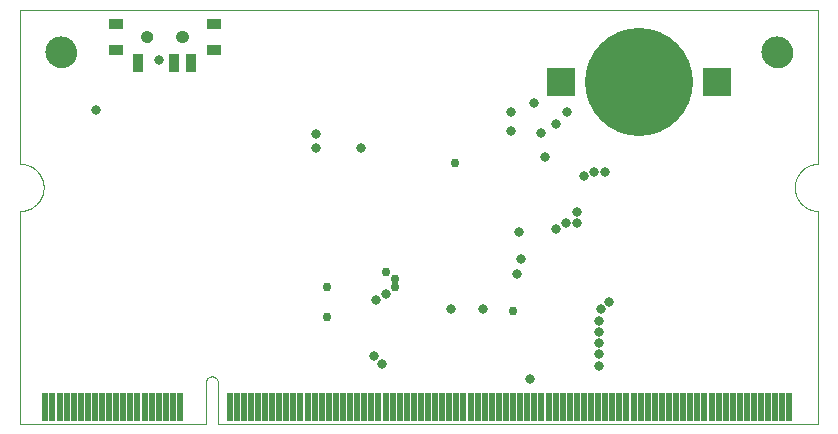
<source format=gbs>
G75*
%MOIN*%
%OFA0B0*%
%FSLAX25Y25*%
%IPPOS*%
%LPD*%
%AMOC8*
5,1,8,0,0,1.08239X$1,22.5*
%
%ADD10C,0.00000*%
%ADD11C,0.10433*%
%ADD12R,0.09465X0.09465*%
%ADD13C,0.36024*%
%ADD14R,0.04528X0.03740*%
%ADD15R,0.03346X0.06496*%
%ADD16C,0.04134*%
%ADD17R,0.02362X0.09646*%
%ADD18C,0.03291*%
%ADD19C,0.02953*%
D10*
X0005000Y0005000D02*
X0005000Y0075866D01*
X0005192Y0075868D01*
X0005383Y0075875D01*
X0005575Y0075887D01*
X0005766Y0075903D01*
X0005956Y0075924D01*
X0006146Y0075950D01*
X0006336Y0075980D01*
X0006524Y0076015D01*
X0006712Y0076054D01*
X0006899Y0076098D01*
X0007084Y0076147D01*
X0007268Y0076200D01*
X0007451Y0076257D01*
X0007633Y0076319D01*
X0007813Y0076386D01*
X0007991Y0076456D01*
X0008168Y0076531D01*
X0008342Y0076611D01*
X0008515Y0076694D01*
X0008685Y0076782D01*
X0008854Y0076873D01*
X0009020Y0076969D01*
X0009183Y0077069D01*
X0009345Y0077173D01*
X0009503Y0077281D01*
X0009659Y0077392D01*
X0009812Y0077508D01*
X0009963Y0077627D01*
X0010110Y0077749D01*
X0010254Y0077876D01*
X0010396Y0078005D01*
X0010534Y0078138D01*
X0010669Y0078275D01*
X0010800Y0078415D01*
X0010928Y0078557D01*
X0011052Y0078703D01*
X0011173Y0078852D01*
X0011290Y0079004D01*
X0011404Y0079158D01*
X0011514Y0079316D01*
X0011619Y0079476D01*
X0011721Y0079638D01*
X0011819Y0079803D01*
X0011913Y0079970D01*
X0012003Y0080140D01*
X0012088Y0080311D01*
X0012170Y0080485D01*
X0012247Y0080660D01*
X0012320Y0080838D01*
X0012388Y0081017D01*
X0012452Y0081198D01*
X0012512Y0081380D01*
X0012567Y0081563D01*
X0012618Y0081748D01*
X0012664Y0081934D01*
X0012706Y0082122D01*
X0012743Y0082310D01*
X0012776Y0082499D01*
X0012803Y0082688D01*
X0012827Y0082879D01*
X0012845Y0083070D01*
X0012859Y0083261D01*
X0012869Y0083452D01*
X0012873Y0083644D01*
X0012873Y0083836D01*
X0012869Y0084028D01*
X0012859Y0084219D01*
X0012845Y0084410D01*
X0012827Y0084601D01*
X0012803Y0084792D01*
X0012776Y0084981D01*
X0012743Y0085170D01*
X0012706Y0085358D01*
X0012664Y0085546D01*
X0012618Y0085732D01*
X0012567Y0085917D01*
X0012512Y0086100D01*
X0012452Y0086282D01*
X0012388Y0086463D01*
X0012320Y0086642D01*
X0012247Y0086820D01*
X0012170Y0086995D01*
X0012088Y0087169D01*
X0012003Y0087340D01*
X0011913Y0087510D01*
X0011819Y0087677D01*
X0011721Y0087842D01*
X0011619Y0088004D01*
X0011514Y0088164D01*
X0011404Y0088322D01*
X0011290Y0088476D01*
X0011173Y0088628D01*
X0011052Y0088777D01*
X0010928Y0088923D01*
X0010800Y0089065D01*
X0010669Y0089205D01*
X0010534Y0089342D01*
X0010396Y0089475D01*
X0010254Y0089604D01*
X0010110Y0089731D01*
X0009963Y0089853D01*
X0009812Y0089972D01*
X0009659Y0090088D01*
X0009503Y0090199D01*
X0009345Y0090307D01*
X0009183Y0090411D01*
X0009020Y0090511D01*
X0008854Y0090607D01*
X0008685Y0090698D01*
X0008515Y0090786D01*
X0008342Y0090869D01*
X0008168Y0090949D01*
X0007991Y0091024D01*
X0007813Y0091094D01*
X0007633Y0091161D01*
X0007451Y0091223D01*
X0007268Y0091280D01*
X0007084Y0091333D01*
X0006899Y0091382D01*
X0006712Y0091426D01*
X0006524Y0091465D01*
X0006336Y0091500D01*
X0006146Y0091530D01*
X0005956Y0091556D01*
X0005766Y0091577D01*
X0005575Y0091593D01*
X0005383Y0091605D01*
X0005192Y0091612D01*
X0005000Y0091614D01*
X0005000Y0142795D01*
X0271142Y0142795D01*
X0271142Y0091614D01*
X0270950Y0091612D01*
X0270759Y0091605D01*
X0270567Y0091593D01*
X0270376Y0091577D01*
X0270186Y0091556D01*
X0269996Y0091530D01*
X0269806Y0091500D01*
X0269618Y0091465D01*
X0269430Y0091426D01*
X0269243Y0091382D01*
X0269058Y0091333D01*
X0268874Y0091280D01*
X0268691Y0091223D01*
X0268509Y0091161D01*
X0268329Y0091094D01*
X0268151Y0091024D01*
X0267974Y0090949D01*
X0267800Y0090869D01*
X0267627Y0090786D01*
X0267457Y0090698D01*
X0267288Y0090607D01*
X0267122Y0090511D01*
X0266959Y0090411D01*
X0266797Y0090307D01*
X0266639Y0090199D01*
X0266483Y0090088D01*
X0266330Y0089972D01*
X0266179Y0089853D01*
X0266032Y0089731D01*
X0265888Y0089604D01*
X0265746Y0089475D01*
X0265608Y0089342D01*
X0265473Y0089205D01*
X0265342Y0089065D01*
X0265214Y0088923D01*
X0265090Y0088777D01*
X0264969Y0088628D01*
X0264852Y0088476D01*
X0264738Y0088322D01*
X0264628Y0088164D01*
X0264523Y0088004D01*
X0264421Y0087842D01*
X0264323Y0087677D01*
X0264229Y0087510D01*
X0264139Y0087340D01*
X0264054Y0087169D01*
X0263972Y0086995D01*
X0263895Y0086820D01*
X0263822Y0086642D01*
X0263754Y0086463D01*
X0263690Y0086282D01*
X0263630Y0086100D01*
X0263575Y0085917D01*
X0263524Y0085732D01*
X0263478Y0085546D01*
X0263436Y0085358D01*
X0263399Y0085170D01*
X0263366Y0084981D01*
X0263339Y0084792D01*
X0263315Y0084601D01*
X0263297Y0084410D01*
X0263283Y0084219D01*
X0263273Y0084028D01*
X0263269Y0083836D01*
X0263269Y0083644D01*
X0263273Y0083452D01*
X0263283Y0083261D01*
X0263297Y0083070D01*
X0263315Y0082879D01*
X0263339Y0082688D01*
X0263366Y0082499D01*
X0263399Y0082310D01*
X0263436Y0082122D01*
X0263478Y0081934D01*
X0263524Y0081748D01*
X0263575Y0081563D01*
X0263630Y0081380D01*
X0263690Y0081198D01*
X0263754Y0081017D01*
X0263822Y0080838D01*
X0263895Y0080660D01*
X0263972Y0080485D01*
X0264054Y0080311D01*
X0264139Y0080140D01*
X0264229Y0079970D01*
X0264323Y0079803D01*
X0264421Y0079638D01*
X0264523Y0079476D01*
X0264628Y0079316D01*
X0264738Y0079158D01*
X0264852Y0079004D01*
X0264969Y0078852D01*
X0265090Y0078703D01*
X0265214Y0078557D01*
X0265342Y0078415D01*
X0265473Y0078275D01*
X0265608Y0078138D01*
X0265746Y0078005D01*
X0265888Y0077876D01*
X0266032Y0077749D01*
X0266179Y0077627D01*
X0266330Y0077508D01*
X0266483Y0077392D01*
X0266639Y0077281D01*
X0266797Y0077173D01*
X0266959Y0077069D01*
X0267122Y0076969D01*
X0267288Y0076873D01*
X0267457Y0076782D01*
X0267627Y0076694D01*
X0267800Y0076611D01*
X0267974Y0076531D01*
X0268151Y0076456D01*
X0268329Y0076386D01*
X0268509Y0076319D01*
X0268691Y0076257D01*
X0268874Y0076200D01*
X0269058Y0076147D01*
X0269243Y0076098D01*
X0269430Y0076054D01*
X0269618Y0076015D01*
X0269806Y0075980D01*
X0269996Y0075950D01*
X0270186Y0075924D01*
X0270376Y0075903D01*
X0270567Y0075887D01*
X0270759Y0075875D01*
X0270950Y0075868D01*
X0271142Y0075866D01*
X0271142Y0005000D01*
X0070945Y0005000D01*
X0070945Y0018780D01*
X0070943Y0018867D01*
X0070937Y0018954D01*
X0070928Y0019041D01*
X0070914Y0019127D01*
X0070897Y0019212D01*
X0070876Y0019297D01*
X0070851Y0019380D01*
X0070823Y0019463D01*
X0070791Y0019544D01*
X0070755Y0019623D01*
X0070716Y0019701D01*
X0070674Y0019777D01*
X0070628Y0019851D01*
X0070579Y0019923D01*
X0070527Y0019993D01*
X0070472Y0020060D01*
X0070414Y0020125D01*
X0070353Y0020188D01*
X0070289Y0020247D01*
X0070223Y0020304D01*
X0070154Y0020357D01*
X0070083Y0020408D01*
X0070010Y0020455D01*
X0069935Y0020500D01*
X0069858Y0020540D01*
X0069780Y0020578D01*
X0069699Y0020611D01*
X0069618Y0020642D01*
X0069535Y0020668D01*
X0069450Y0020691D01*
X0069365Y0020710D01*
X0069280Y0020725D01*
X0069193Y0020737D01*
X0069107Y0020745D01*
X0069020Y0020749D01*
X0068932Y0020749D01*
X0068845Y0020745D01*
X0068759Y0020737D01*
X0068672Y0020725D01*
X0068587Y0020710D01*
X0068502Y0020691D01*
X0068417Y0020668D01*
X0068334Y0020642D01*
X0068253Y0020611D01*
X0068172Y0020578D01*
X0068094Y0020540D01*
X0068017Y0020500D01*
X0067942Y0020455D01*
X0067869Y0020408D01*
X0067798Y0020357D01*
X0067729Y0020304D01*
X0067663Y0020247D01*
X0067599Y0020188D01*
X0067538Y0020125D01*
X0067480Y0020060D01*
X0067425Y0019993D01*
X0067373Y0019923D01*
X0067324Y0019851D01*
X0067278Y0019777D01*
X0067236Y0019701D01*
X0067197Y0019623D01*
X0067161Y0019544D01*
X0067129Y0019463D01*
X0067101Y0019380D01*
X0067076Y0019297D01*
X0067055Y0019212D01*
X0067038Y0019127D01*
X0067024Y0019041D01*
X0067015Y0018954D01*
X0067009Y0018867D01*
X0067007Y0018780D01*
X0067008Y0018780D02*
X0067008Y0005000D01*
X0005000Y0005000D01*
X0013829Y0128750D02*
X0013831Y0128890D01*
X0013837Y0129030D01*
X0013847Y0129169D01*
X0013861Y0129308D01*
X0013879Y0129447D01*
X0013900Y0129585D01*
X0013926Y0129723D01*
X0013956Y0129860D01*
X0013989Y0129995D01*
X0014027Y0130130D01*
X0014068Y0130264D01*
X0014113Y0130397D01*
X0014161Y0130528D01*
X0014214Y0130657D01*
X0014270Y0130786D01*
X0014329Y0130912D01*
X0014393Y0131037D01*
X0014459Y0131160D01*
X0014530Y0131281D01*
X0014603Y0131400D01*
X0014680Y0131517D01*
X0014761Y0131631D01*
X0014844Y0131743D01*
X0014931Y0131853D01*
X0015021Y0131961D01*
X0015113Y0132065D01*
X0015209Y0132167D01*
X0015308Y0132267D01*
X0015409Y0132363D01*
X0015513Y0132457D01*
X0015620Y0132547D01*
X0015729Y0132634D01*
X0015841Y0132719D01*
X0015955Y0132800D01*
X0016071Y0132878D01*
X0016189Y0132952D01*
X0016310Y0133023D01*
X0016432Y0133091D01*
X0016557Y0133155D01*
X0016683Y0133216D01*
X0016810Y0133273D01*
X0016940Y0133326D01*
X0017071Y0133376D01*
X0017203Y0133421D01*
X0017336Y0133464D01*
X0017471Y0133502D01*
X0017606Y0133536D01*
X0017743Y0133567D01*
X0017880Y0133594D01*
X0018018Y0133616D01*
X0018157Y0133635D01*
X0018296Y0133650D01*
X0018435Y0133661D01*
X0018575Y0133668D01*
X0018715Y0133671D01*
X0018855Y0133670D01*
X0018995Y0133665D01*
X0019134Y0133656D01*
X0019274Y0133643D01*
X0019413Y0133626D01*
X0019551Y0133605D01*
X0019689Y0133581D01*
X0019826Y0133552D01*
X0019962Y0133520D01*
X0020097Y0133483D01*
X0020231Y0133443D01*
X0020364Y0133399D01*
X0020495Y0133351D01*
X0020625Y0133300D01*
X0020754Y0133245D01*
X0020881Y0133186D01*
X0021006Y0133123D01*
X0021129Y0133058D01*
X0021251Y0132988D01*
X0021370Y0132915D01*
X0021488Y0132839D01*
X0021603Y0132760D01*
X0021716Y0132677D01*
X0021826Y0132591D01*
X0021934Y0132502D01*
X0022039Y0132410D01*
X0022142Y0132315D01*
X0022242Y0132217D01*
X0022339Y0132117D01*
X0022433Y0132013D01*
X0022525Y0131907D01*
X0022613Y0131799D01*
X0022698Y0131688D01*
X0022780Y0131574D01*
X0022859Y0131458D01*
X0022934Y0131341D01*
X0023006Y0131221D01*
X0023074Y0131099D01*
X0023139Y0130975D01*
X0023201Y0130849D01*
X0023259Y0130722D01*
X0023313Y0130593D01*
X0023364Y0130462D01*
X0023410Y0130330D01*
X0023453Y0130197D01*
X0023493Y0130063D01*
X0023528Y0129928D01*
X0023560Y0129791D01*
X0023587Y0129654D01*
X0023611Y0129516D01*
X0023631Y0129378D01*
X0023647Y0129239D01*
X0023659Y0129099D01*
X0023667Y0128960D01*
X0023671Y0128820D01*
X0023671Y0128680D01*
X0023667Y0128540D01*
X0023659Y0128401D01*
X0023647Y0128261D01*
X0023631Y0128122D01*
X0023611Y0127984D01*
X0023587Y0127846D01*
X0023560Y0127709D01*
X0023528Y0127572D01*
X0023493Y0127437D01*
X0023453Y0127303D01*
X0023410Y0127170D01*
X0023364Y0127038D01*
X0023313Y0126907D01*
X0023259Y0126778D01*
X0023201Y0126651D01*
X0023139Y0126525D01*
X0023074Y0126401D01*
X0023006Y0126279D01*
X0022934Y0126159D01*
X0022859Y0126042D01*
X0022780Y0125926D01*
X0022698Y0125812D01*
X0022613Y0125701D01*
X0022525Y0125593D01*
X0022433Y0125487D01*
X0022339Y0125383D01*
X0022242Y0125283D01*
X0022142Y0125185D01*
X0022039Y0125090D01*
X0021934Y0124998D01*
X0021826Y0124909D01*
X0021716Y0124823D01*
X0021603Y0124740D01*
X0021488Y0124661D01*
X0021370Y0124585D01*
X0021251Y0124512D01*
X0021129Y0124442D01*
X0021006Y0124377D01*
X0020881Y0124314D01*
X0020754Y0124255D01*
X0020625Y0124200D01*
X0020495Y0124149D01*
X0020364Y0124101D01*
X0020231Y0124057D01*
X0020097Y0124017D01*
X0019962Y0123980D01*
X0019826Y0123948D01*
X0019689Y0123919D01*
X0019551Y0123895D01*
X0019413Y0123874D01*
X0019274Y0123857D01*
X0019134Y0123844D01*
X0018995Y0123835D01*
X0018855Y0123830D01*
X0018715Y0123829D01*
X0018575Y0123832D01*
X0018435Y0123839D01*
X0018296Y0123850D01*
X0018157Y0123865D01*
X0018018Y0123884D01*
X0017880Y0123906D01*
X0017743Y0123933D01*
X0017606Y0123964D01*
X0017471Y0123998D01*
X0017336Y0124036D01*
X0017203Y0124079D01*
X0017071Y0124124D01*
X0016940Y0124174D01*
X0016810Y0124227D01*
X0016683Y0124284D01*
X0016557Y0124345D01*
X0016432Y0124409D01*
X0016310Y0124477D01*
X0016189Y0124548D01*
X0016071Y0124622D01*
X0015955Y0124700D01*
X0015841Y0124781D01*
X0015729Y0124866D01*
X0015620Y0124953D01*
X0015513Y0125043D01*
X0015409Y0125137D01*
X0015308Y0125233D01*
X0015209Y0125333D01*
X0015113Y0125435D01*
X0015021Y0125539D01*
X0014931Y0125647D01*
X0014844Y0125757D01*
X0014761Y0125869D01*
X0014680Y0125983D01*
X0014603Y0126100D01*
X0014530Y0126219D01*
X0014459Y0126340D01*
X0014393Y0126463D01*
X0014329Y0126588D01*
X0014270Y0126714D01*
X0014214Y0126843D01*
X0014161Y0126972D01*
X0014113Y0127103D01*
X0014068Y0127236D01*
X0014027Y0127370D01*
X0013989Y0127505D01*
X0013956Y0127640D01*
X0013926Y0127777D01*
X0013900Y0127915D01*
X0013879Y0128053D01*
X0013861Y0128192D01*
X0013847Y0128331D01*
X0013837Y0128470D01*
X0013831Y0128610D01*
X0013829Y0128750D01*
X0045572Y0134025D02*
X0045574Y0134109D01*
X0045580Y0134192D01*
X0045590Y0134275D01*
X0045604Y0134358D01*
X0045621Y0134440D01*
X0045643Y0134521D01*
X0045668Y0134600D01*
X0045697Y0134679D01*
X0045730Y0134756D01*
X0045766Y0134831D01*
X0045806Y0134905D01*
X0045849Y0134977D01*
X0045896Y0135046D01*
X0045946Y0135113D01*
X0045999Y0135178D01*
X0046055Y0135240D01*
X0046113Y0135300D01*
X0046175Y0135357D01*
X0046239Y0135410D01*
X0046306Y0135461D01*
X0046375Y0135508D01*
X0046446Y0135553D01*
X0046519Y0135593D01*
X0046594Y0135630D01*
X0046671Y0135664D01*
X0046749Y0135694D01*
X0046828Y0135720D01*
X0046909Y0135743D01*
X0046991Y0135761D01*
X0047073Y0135776D01*
X0047156Y0135787D01*
X0047239Y0135794D01*
X0047323Y0135797D01*
X0047407Y0135796D01*
X0047490Y0135791D01*
X0047574Y0135782D01*
X0047656Y0135769D01*
X0047738Y0135753D01*
X0047819Y0135732D01*
X0047900Y0135708D01*
X0047978Y0135680D01*
X0048056Y0135648D01*
X0048132Y0135612D01*
X0048206Y0135573D01*
X0048278Y0135531D01*
X0048348Y0135485D01*
X0048416Y0135436D01*
X0048481Y0135384D01*
X0048544Y0135329D01*
X0048604Y0135271D01*
X0048662Y0135210D01*
X0048716Y0135146D01*
X0048768Y0135080D01*
X0048816Y0135012D01*
X0048861Y0134941D01*
X0048902Y0134868D01*
X0048941Y0134794D01*
X0048975Y0134718D01*
X0049006Y0134640D01*
X0049033Y0134561D01*
X0049057Y0134480D01*
X0049076Y0134399D01*
X0049092Y0134317D01*
X0049104Y0134234D01*
X0049112Y0134150D01*
X0049116Y0134067D01*
X0049116Y0133983D01*
X0049112Y0133900D01*
X0049104Y0133816D01*
X0049092Y0133733D01*
X0049076Y0133651D01*
X0049057Y0133570D01*
X0049033Y0133489D01*
X0049006Y0133410D01*
X0048975Y0133332D01*
X0048941Y0133256D01*
X0048902Y0133182D01*
X0048861Y0133109D01*
X0048816Y0133038D01*
X0048768Y0132970D01*
X0048716Y0132904D01*
X0048662Y0132840D01*
X0048604Y0132779D01*
X0048544Y0132721D01*
X0048481Y0132666D01*
X0048416Y0132614D01*
X0048348Y0132565D01*
X0048278Y0132519D01*
X0048206Y0132477D01*
X0048132Y0132438D01*
X0048056Y0132402D01*
X0047978Y0132370D01*
X0047900Y0132342D01*
X0047819Y0132318D01*
X0047738Y0132297D01*
X0047656Y0132281D01*
X0047574Y0132268D01*
X0047490Y0132259D01*
X0047407Y0132254D01*
X0047323Y0132253D01*
X0047239Y0132256D01*
X0047156Y0132263D01*
X0047073Y0132274D01*
X0046991Y0132289D01*
X0046909Y0132307D01*
X0046828Y0132330D01*
X0046749Y0132356D01*
X0046671Y0132386D01*
X0046594Y0132420D01*
X0046519Y0132457D01*
X0046446Y0132497D01*
X0046375Y0132542D01*
X0046306Y0132589D01*
X0046239Y0132640D01*
X0046175Y0132693D01*
X0046113Y0132750D01*
X0046055Y0132810D01*
X0045999Y0132872D01*
X0045946Y0132937D01*
X0045896Y0133004D01*
X0045849Y0133073D01*
X0045806Y0133145D01*
X0045766Y0133219D01*
X0045730Y0133294D01*
X0045697Y0133371D01*
X0045668Y0133450D01*
X0045643Y0133529D01*
X0045621Y0133610D01*
X0045604Y0133692D01*
X0045590Y0133775D01*
X0045580Y0133858D01*
X0045574Y0133941D01*
X0045572Y0134025D01*
X0057384Y0134025D02*
X0057386Y0134109D01*
X0057392Y0134192D01*
X0057402Y0134275D01*
X0057416Y0134358D01*
X0057433Y0134440D01*
X0057455Y0134521D01*
X0057480Y0134600D01*
X0057509Y0134679D01*
X0057542Y0134756D01*
X0057578Y0134831D01*
X0057618Y0134905D01*
X0057661Y0134977D01*
X0057708Y0135046D01*
X0057758Y0135113D01*
X0057811Y0135178D01*
X0057867Y0135240D01*
X0057925Y0135300D01*
X0057987Y0135357D01*
X0058051Y0135410D01*
X0058118Y0135461D01*
X0058187Y0135508D01*
X0058258Y0135553D01*
X0058331Y0135593D01*
X0058406Y0135630D01*
X0058483Y0135664D01*
X0058561Y0135694D01*
X0058640Y0135720D01*
X0058721Y0135743D01*
X0058803Y0135761D01*
X0058885Y0135776D01*
X0058968Y0135787D01*
X0059051Y0135794D01*
X0059135Y0135797D01*
X0059219Y0135796D01*
X0059302Y0135791D01*
X0059386Y0135782D01*
X0059468Y0135769D01*
X0059550Y0135753D01*
X0059631Y0135732D01*
X0059712Y0135708D01*
X0059790Y0135680D01*
X0059868Y0135648D01*
X0059944Y0135612D01*
X0060018Y0135573D01*
X0060090Y0135531D01*
X0060160Y0135485D01*
X0060228Y0135436D01*
X0060293Y0135384D01*
X0060356Y0135329D01*
X0060416Y0135271D01*
X0060474Y0135210D01*
X0060528Y0135146D01*
X0060580Y0135080D01*
X0060628Y0135012D01*
X0060673Y0134941D01*
X0060714Y0134868D01*
X0060753Y0134794D01*
X0060787Y0134718D01*
X0060818Y0134640D01*
X0060845Y0134561D01*
X0060869Y0134480D01*
X0060888Y0134399D01*
X0060904Y0134317D01*
X0060916Y0134234D01*
X0060924Y0134150D01*
X0060928Y0134067D01*
X0060928Y0133983D01*
X0060924Y0133900D01*
X0060916Y0133816D01*
X0060904Y0133733D01*
X0060888Y0133651D01*
X0060869Y0133570D01*
X0060845Y0133489D01*
X0060818Y0133410D01*
X0060787Y0133332D01*
X0060753Y0133256D01*
X0060714Y0133182D01*
X0060673Y0133109D01*
X0060628Y0133038D01*
X0060580Y0132970D01*
X0060528Y0132904D01*
X0060474Y0132840D01*
X0060416Y0132779D01*
X0060356Y0132721D01*
X0060293Y0132666D01*
X0060228Y0132614D01*
X0060160Y0132565D01*
X0060090Y0132519D01*
X0060018Y0132477D01*
X0059944Y0132438D01*
X0059868Y0132402D01*
X0059790Y0132370D01*
X0059712Y0132342D01*
X0059631Y0132318D01*
X0059550Y0132297D01*
X0059468Y0132281D01*
X0059386Y0132268D01*
X0059302Y0132259D01*
X0059219Y0132254D01*
X0059135Y0132253D01*
X0059051Y0132256D01*
X0058968Y0132263D01*
X0058885Y0132274D01*
X0058803Y0132289D01*
X0058721Y0132307D01*
X0058640Y0132330D01*
X0058561Y0132356D01*
X0058483Y0132386D01*
X0058406Y0132420D01*
X0058331Y0132457D01*
X0058258Y0132497D01*
X0058187Y0132542D01*
X0058118Y0132589D01*
X0058051Y0132640D01*
X0057987Y0132693D01*
X0057925Y0132750D01*
X0057867Y0132810D01*
X0057811Y0132872D01*
X0057758Y0132937D01*
X0057708Y0133004D01*
X0057661Y0133073D01*
X0057618Y0133145D01*
X0057578Y0133219D01*
X0057542Y0133294D01*
X0057509Y0133371D01*
X0057480Y0133450D01*
X0057455Y0133529D01*
X0057433Y0133610D01*
X0057416Y0133692D01*
X0057402Y0133775D01*
X0057392Y0133858D01*
X0057386Y0133941D01*
X0057384Y0134025D01*
X0252579Y0128750D02*
X0252581Y0128890D01*
X0252587Y0129030D01*
X0252597Y0129169D01*
X0252611Y0129308D01*
X0252629Y0129447D01*
X0252650Y0129585D01*
X0252676Y0129723D01*
X0252706Y0129860D01*
X0252739Y0129995D01*
X0252777Y0130130D01*
X0252818Y0130264D01*
X0252863Y0130397D01*
X0252911Y0130528D01*
X0252964Y0130657D01*
X0253020Y0130786D01*
X0253079Y0130912D01*
X0253143Y0131037D01*
X0253209Y0131160D01*
X0253280Y0131281D01*
X0253353Y0131400D01*
X0253430Y0131517D01*
X0253511Y0131631D01*
X0253594Y0131743D01*
X0253681Y0131853D01*
X0253771Y0131961D01*
X0253863Y0132065D01*
X0253959Y0132167D01*
X0254058Y0132267D01*
X0254159Y0132363D01*
X0254263Y0132457D01*
X0254370Y0132547D01*
X0254479Y0132634D01*
X0254591Y0132719D01*
X0254705Y0132800D01*
X0254821Y0132878D01*
X0254939Y0132952D01*
X0255060Y0133023D01*
X0255182Y0133091D01*
X0255307Y0133155D01*
X0255433Y0133216D01*
X0255560Y0133273D01*
X0255690Y0133326D01*
X0255821Y0133376D01*
X0255953Y0133421D01*
X0256086Y0133464D01*
X0256221Y0133502D01*
X0256356Y0133536D01*
X0256493Y0133567D01*
X0256630Y0133594D01*
X0256768Y0133616D01*
X0256907Y0133635D01*
X0257046Y0133650D01*
X0257185Y0133661D01*
X0257325Y0133668D01*
X0257465Y0133671D01*
X0257605Y0133670D01*
X0257745Y0133665D01*
X0257884Y0133656D01*
X0258024Y0133643D01*
X0258163Y0133626D01*
X0258301Y0133605D01*
X0258439Y0133581D01*
X0258576Y0133552D01*
X0258712Y0133520D01*
X0258847Y0133483D01*
X0258981Y0133443D01*
X0259114Y0133399D01*
X0259245Y0133351D01*
X0259375Y0133300D01*
X0259504Y0133245D01*
X0259631Y0133186D01*
X0259756Y0133123D01*
X0259879Y0133058D01*
X0260001Y0132988D01*
X0260120Y0132915D01*
X0260238Y0132839D01*
X0260353Y0132760D01*
X0260466Y0132677D01*
X0260576Y0132591D01*
X0260684Y0132502D01*
X0260789Y0132410D01*
X0260892Y0132315D01*
X0260992Y0132217D01*
X0261089Y0132117D01*
X0261183Y0132013D01*
X0261275Y0131907D01*
X0261363Y0131799D01*
X0261448Y0131688D01*
X0261530Y0131574D01*
X0261609Y0131458D01*
X0261684Y0131341D01*
X0261756Y0131221D01*
X0261824Y0131099D01*
X0261889Y0130975D01*
X0261951Y0130849D01*
X0262009Y0130722D01*
X0262063Y0130593D01*
X0262114Y0130462D01*
X0262160Y0130330D01*
X0262203Y0130197D01*
X0262243Y0130063D01*
X0262278Y0129928D01*
X0262310Y0129791D01*
X0262337Y0129654D01*
X0262361Y0129516D01*
X0262381Y0129378D01*
X0262397Y0129239D01*
X0262409Y0129099D01*
X0262417Y0128960D01*
X0262421Y0128820D01*
X0262421Y0128680D01*
X0262417Y0128540D01*
X0262409Y0128401D01*
X0262397Y0128261D01*
X0262381Y0128122D01*
X0262361Y0127984D01*
X0262337Y0127846D01*
X0262310Y0127709D01*
X0262278Y0127572D01*
X0262243Y0127437D01*
X0262203Y0127303D01*
X0262160Y0127170D01*
X0262114Y0127038D01*
X0262063Y0126907D01*
X0262009Y0126778D01*
X0261951Y0126651D01*
X0261889Y0126525D01*
X0261824Y0126401D01*
X0261756Y0126279D01*
X0261684Y0126159D01*
X0261609Y0126042D01*
X0261530Y0125926D01*
X0261448Y0125812D01*
X0261363Y0125701D01*
X0261275Y0125593D01*
X0261183Y0125487D01*
X0261089Y0125383D01*
X0260992Y0125283D01*
X0260892Y0125185D01*
X0260789Y0125090D01*
X0260684Y0124998D01*
X0260576Y0124909D01*
X0260466Y0124823D01*
X0260353Y0124740D01*
X0260238Y0124661D01*
X0260120Y0124585D01*
X0260001Y0124512D01*
X0259879Y0124442D01*
X0259756Y0124377D01*
X0259631Y0124314D01*
X0259504Y0124255D01*
X0259375Y0124200D01*
X0259245Y0124149D01*
X0259114Y0124101D01*
X0258981Y0124057D01*
X0258847Y0124017D01*
X0258712Y0123980D01*
X0258576Y0123948D01*
X0258439Y0123919D01*
X0258301Y0123895D01*
X0258163Y0123874D01*
X0258024Y0123857D01*
X0257884Y0123844D01*
X0257745Y0123835D01*
X0257605Y0123830D01*
X0257465Y0123829D01*
X0257325Y0123832D01*
X0257185Y0123839D01*
X0257046Y0123850D01*
X0256907Y0123865D01*
X0256768Y0123884D01*
X0256630Y0123906D01*
X0256493Y0123933D01*
X0256356Y0123964D01*
X0256221Y0123998D01*
X0256086Y0124036D01*
X0255953Y0124079D01*
X0255821Y0124124D01*
X0255690Y0124174D01*
X0255560Y0124227D01*
X0255433Y0124284D01*
X0255307Y0124345D01*
X0255182Y0124409D01*
X0255060Y0124477D01*
X0254939Y0124548D01*
X0254821Y0124622D01*
X0254705Y0124700D01*
X0254591Y0124781D01*
X0254479Y0124866D01*
X0254370Y0124953D01*
X0254263Y0125043D01*
X0254159Y0125137D01*
X0254058Y0125233D01*
X0253959Y0125333D01*
X0253863Y0125435D01*
X0253771Y0125539D01*
X0253681Y0125647D01*
X0253594Y0125757D01*
X0253511Y0125869D01*
X0253430Y0125983D01*
X0253353Y0126100D01*
X0253280Y0126219D01*
X0253209Y0126340D01*
X0253143Y0126463D01*
X0253079Y0126588D01*
X0253020Y0126714D01*
X0252964Y0126843D01*
X0252911Y0126972D01*
X0252863Y0127103D01*
X0252818Y0127236D01*
X0252777Y0127370D01*
X0252739Y0127505D01*
X0252706Y0127640D01*
X0252676Y0127777D01*
X0252650Y0127915D01*
X0252629Y0128053D01*
X0252611Y0128192D01*
X0252597Y0128331D01*
X0252587Y0128470D01*
X0252581Y0128610D01*
X0252579Y0128750D01*
D11*
X0257500Y0128750D03*
X0018750Y0128750D03*
D12*
X0185250Y0118750D03*
X0237250Y0118750D03*
D13*
X0211250Y0118750D03*
D14*
X0069589Y0129694D03*
X0069589Y0138356D03*
X0036911Y0138356D03*
X0036911Y0129694D03*
D15*
X0044392Y0125167D03*
X0056203Y0125167D03*
X0062108Y0125167D03*
D16*
X0059156Y0134025D03*
X0047344Y0134025D03*
D17*
X0046535Y0010512D03*
X0044173Y0010512D03*
X0041811Y0010512D03*
X0039449Y0010512D03*
X0037087Y0010512D03*
X0034724Y0010512D03*
X0032362Y0010512D03*
X0030000Y0010512D03*
X0027638Y0010512D03*
X0025276Y0010512D03*
X0022913Y0010512D03*
X0020551Y0010512D03*
X0018189Y0010512D03*
X0015827Y0010512D03*
X0013465Y0010512D03*
X0048898Y0010512D03*
X0051260Y0010512D03*
X0053622Y0010512D03*
X0055984Y0010512D03*
X0058346Y0010512D03*
X0074882Y0010512D03*
X0077244Y0010512D03*
X0079606Y0010512D03*
X0081969Y0010512D03*
X0084331Y0010512D03*
X0086693Y0010512D03*
X0089055Y0010512D03*
X0091417Y0010512D03*
X0093780Y0010512D03*
X0096142Y0010512D03*
X0098504Y0010512D03*
X0100866Y0010512D03*
X0103228Y0010512D03*
X0105591Y0010512D03*
X0107953Y0010512D03*
X0110315Y0010512D03*
X0112677Y0010512D03*
X0115039Y0010512D03*
X0117402Y0010512D03*
X0119764Y0010512D03*
X0122126Y0010512D03*
X0124488Y0010512D03*
X0126850Y0010512D03*
X0129213Y0010512D03*
X0131575Y0010512D03*
X0133937Y0010512D03*
X0136299Y0010512D03*
X0138661Y0010512D03*
X0141024Y0010512D03*
X0143386Y0010512D03*
X0145748Y0010512D03*
X0148110Y0010512D03*
X0150472Y0010512D03*
X0152835Y0010512D03*
X0155197Y0010512D03*
X0157559Y0010512D03*
X0159921Y0010512D03*
X0162283Y0010512D03*
X0164646Y0010512D03*
X0167008Y0010512D03*
X0169370Y0010512D03*
X0171732Y0010512D03*
X0174094Y0010512D03*
X0176457Y0010512D03*
X0178819Y0010512D03*
X0181181Y0010512D03*
X0183543Y0010512D03*
X0185906Y0010512D03*
X0188268Y0010512D03*
X0190630Y0010512D03*
X0192992Y0010512D03*
X0195354Y0010512D03*
X0197717Y0010512D03*
X0200079Y0010512D03*
X0202441Y0010512D03*
X0204803Y0010512D03*
X0207165Y0010512D03*
X0209528Y0010512D03*
X0211890Y0010512D03*
X0214252Y0010512D03*
X0216614Y0010512D03*
X0218976Y0010512D03*
X0221339Y0010512D03*
X0223701Y0010512D03*
X0226063Y0010512D03*
X0228425Y0010512D03*
X0230787Y0010512D03*
X0233150Y0010512D03*
X0235512Y0010512D03*
X0237874Y0010512D03*
X0240236Y0010512D03*
X0242598Y0010512D03*
X0244961Y0010512D03*
X0247323Y0010512D03*
X0249685Y0010512D03*
X0252047Y0010512D03*
X0254409Y0010512D03*
X0256772Y0010512D03*
X0259134Y0010512D03*
X0261496Y0010512D03*
D18*
X0201250Y0045625D03*
X0198750Y0043125D03*
X0198125Y0039375D03*
X0198125Y0035625D03*
X0198125Y0031875D03*
X0198125Y0028125D03*
X0198125Y0024375D03*
X0175000Y0020000D03*
X0159375Y0043125D03*
X0148750Y0043125D03*
X0126875Y0048125D03*
X0123750Y0046250D03*
X0123125Y0027500D03*
X0125625Y0025000D03*
X0170625Y0055000D03*
X0171875Y0060000D03*
X0171250Y0068750D03*
X0183750Y0070000D03*
X0186875Y0071875D03*
X0190625Y0071875D03*
X0190625Y0075625D03*
X0193125Y0087500D03*
X0196250Y0088750D03*
X0200000Y0088750D03*
X0180000Y0093750D03*
X0178750Y0101875D03*
X0183750Y0105000D03*
X0187500Y0108750D03*
X0176250Y0111875D03*
X0168750Y0108875D03*
X0168750Y0102500D03*
X0118750Y0096875D03*
X0103750Y0096875D03*
X0103750Y0101475D03*
X0051250Y0126250D03*
X0030500Y0109650D03*
D19*
X0107500Y0050625D03*
X0107500Y0040625D03*
X0126875Y0055625D03*
X0130000Y0053351D03*
X0130000Y0050399D03*
X0169375Y0042500D03*
X0150000Y0091875D03*
M02*

</source>
